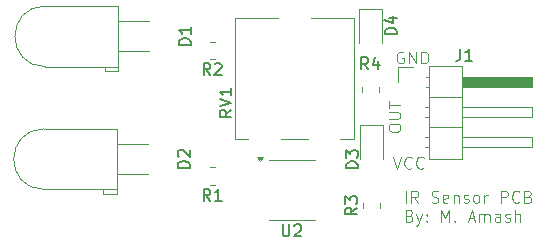
<source format=gto>
G04 #@! TF.GenerationSoftware,KiCad,Pcbnew,9.0.2*
G04 #@! TF.CreationDate,2025-06-05T16:56:41+03:00*
G04 #@! TF.ProjectId,2-Layer-Proximity-PCB,322d4c61-7965-4722-9d50-726f78696d69,rev?*
G04 #@! TF.SameCoordinates,Original*
G04 #@! TF.FileFunction,Legend,Top*
G04 #@! TF.FilePolarity,Positive*
%FSLAX46Y46*%
G04 Gerber Fmt 4.6, Leading zero omitted, Abs format (unit mm)*
G04 Created by KiCad (PCBNEW 9.0.2) date 2025-06-05 16:56:41*
%MOMM*%
%LPD*%
G01*
G04 APERTURE LIST*
%ADD10C,0.125000*%
%ADD11C,0.100000*%
%ADD12C,0.150000*%
%ADD13C,0.120000*%
G04 APERTURE END LIST*
D10*
X146420331Y-86661175D02*
X146420331Y-85661175D01*
X147467949Y-86661175D02*
X147134616Y-86184984D01*
X146896521Y-86661175D02*
X146896521Y-85661175D01*
X146896521Y-85661175D02*
X147277473Y-85661175D01*
X147277473Y-85661175D02*
X147372711Y-85708794D01*
X147372711Y-85708794D02*
X147420330Y-85756413D01*
X147420330Y-85756413D02*
X147467949Y-85851651D01*
X147467949Y-85851651D02*
X147467949Y-85994508D01*
X147467949Y-85994508D02*
X147420330Y-86089746D01*
X147420330Y-86089746D02*
X147372711Y-86137365D01*
X147372711Y-86137365D02*
X147277473Y-86184984D01*
X147277473Y-86184984D02*
X146896521Y-86184984D01*
X148610807Y-86613556D02*
X148753664Y-86661175D01*
X148753664Y-86661175D02*
X148991759Y-86661175D01*
X148991759Y-86661175D02*
X149086997Y-86613556D01*
X149086997Y-86613556D02*
X149134616Y-86565936D01*
X149134616Y-86565936D02*
X149182235Y-86470698D01*
X149182235Y-86470698D02*
X149182235Y-86375460D01*
X149182235Y-86375460D02*
X149134616Y-86280222D01*
X149134616Y-86280222D02*
X149086997Y-86232603D01*
X149086997Y-86232603D02*
X148991759Y-86184984D01*
X148991759Y-86184984D02*
X148801283Y-86137365D01*
X148801283Y-86137365D02*
X148706045Y-86089746D01*
X148706045Y-86089746D02*
X148658426Y-86042127D01*
X148658426Y-86042127D02*
X148610807Y-85946889D01*
X148610807Y-85946889D02*
X148610807Y-85851651D01*
X148610807Y-85851651D02*
X148658426Y-85756413D01*
X148658426Y-85756413D02*
X148706045Y-85708794D01*
X148706045Y-85708794D02*
X148801283Y-85661175D01*
X148801283Y-85661175D02*
X149039378Y-85661175D01*
X149039378Y-85661175D02*
X149182235Y-85708794D01*
X149991759Y-86613556D02*
X149896521Y-86661175D01*
X149896521Y-86661175D02*
X149706045Y-86661175D01*
X149706045Y-86661175D02*
X149610807Y-86613556D01*
X149610807Y-86613556D02*
X149563188Y-86518317D01*
X149563188Y-86518317D02*
X149563188Y-86137365D01*
X149563188Y-86137365D02*
X149610807Y-86042127D01*
X149610807Y-86042127D02*
X149706045Y-85994508D01*
X149706045Y-85994508D02*
X149896521Y-85994508D01*
X149896521Y-85994508D02*
X149991759Y-86042127D01*
X149991759Y-86042127D02*
X150039378Y-86137365D01*
X150039378Y-86137365D02*
X150039378Y-86232603D01*
X150039378Y-86232603D02*
X149563188Y-86327841D01*
X150467950Y-85994508D02*
X150467950Y-86661175D01*
X150467950Y-86089746D02*
X150515569Y-86042127D01*
X150515569Y-86042127D02*
X150610807Y-85994508D01*
X150610807Y-85994508D02*
X150753664Y-85994508D01*
X150753664Y-85994508D02*
X150848902Y-86042127D01*
X150848902Y-86042127D02*
X150896521Y-86137365D01*
X150896521Y-86137365D02*
X150896521Y-86661175D01*
X151325093Y-86613556D02*
X151420331Y-86661175D01*
X151420331Y-86661175D02*
X151610807Y-86661175D01*
X151610807Y-86661175D02*
X151706045Y-86613556D01*
X151706045Y-86613556D02*
X151753664Y-86518317D01*
X151753664Y-86518317D02*
X151753664Y-86470698D01*
X151753664Y-86470698D02*
X151706045Y-86375460D01*
X151706045Y-86375460D02*
X151610807Y-86327841D01*
X151610807Y-86327841D02*
X151467950Y-86327841D01*
X151467950Y-86327841D02*
X151372712Y-86280222D01*
X151372712Y-86280222D02*
X151325093Y-86184984D01*
X151325093Y-86184984D02*
X151325093Y-86137365D01*
X151325093Y-86137365D02*
X151372712Y-86042127D01*
X151372712Y-86042127D02*
X151467950Y-85994508D01*
X151467950Y-85994508D02*
X151610807Y-85994508D01*
X151610807Y-85994508D02*
X151706045Y-86042127D01*
X152325093Y-86661175D02*
X152229855Y-86613556D01*
X152229855Y-86613556D02*
X152182236Y-86565936D01*
X152182236Y-86565936D02*
X152134617Y-86470698D01*
X152134617Y-86470698D02*
X152134617Y-86184984D01*
X152134617Y-86184984D02*
X152182236Y-86089746D01*
X152182236Y-86089746D02*
X152229855Y-86042127D01*
X152229855Y-86042127D02*
X152325093Y-85994508D01*
X152325093Y-85994508D02*
X152467950Y-85994508D01*
X152467950Y-85994508D02*
X152563188Y-86042127D01*
X152563188Y-86042127D02*
X152610807Y-86089746D01*
X152610807Y-86089746D02*
X152658426Y-86184984D01*
X152658426Y-86184984D02*
X152658426Y-86470698D01*
X152658426Y-86470698D02*
X152610807Y-86565936D01*
X152610807Y-86565936D02*
X152563188Y-86613556D01*
X152563188Y-86613556D02*
X152467950Y-86661175D01*
X152467950Y-86661175D02*
X152325093Y-86661175D01*
X153086998Y-86661175D02*
X153086998Y-85994508D01*
X153086998Y-86184984D02*
X153134617Y-86089746D01*
X153134617Y-86089746D02*
X153182236Y-86042127D01*
X153182236Y-86042127D02*
X153277474Y-85994508D01*
X153277474Y-85994508D02*
X153372712Y-85994508D01*
X154467951Y-86661175D02*
X154467951Y-85661175D01*
X154467951Y-85661175D02*
X154848903Y-85661175D01*
X154848903Y-85661175D02*
X154944141Y-85708794D01*
X154944141Y-85708794D02*
X154991760Y-85756413D01*
X154991760Y-85756413D02*
X155039379Y-85851651D01*
X155039379Y-85851651D02*
X155039379Y-85994508D01*
X155039379Y-85994508D02*
X154991760Y-86089746D01*
X154991760Y-86089746D02*
X154944141Y-86137365D01*
X154944141Y-86137365D02*
X154848903Y-86184984D01*
X154848903Y-86184984D02*
X154467951Y-86184984D01*
X156039379Y-86565936D02*
X155991760Y-86613556D01*
X155991760Y-86613556D02*
X155848903Y-86661175D01*
X155848903Y-86661175D02*
X155753665Y-86661175D01*
X155753665Y-86661175D02*
X155610808Y-86613556D01*
X155610808Y-86613556D02*
X155515570Y-86518317D01*
X155515570Y-86518317D02*
X155467951Y-86423079D01*
X155467951Y-86423079D02*
X155420332Y-86232603D01*
X155420332Y-86232603D02*
X155420332Y-86089746D01*
X155420332Y-86089746D02*
X155467951Y-85899270D01*
X155467951Y-85899270D02*
X155515570Y-85804032D01*
X155515570Y-85804032D02*
X155610808Y-85708794D01*
X155610808Y-85708794D02*
X155753665Y-85661175D01*
X155753665Y-85661175D02*
X155848903Y-85661175D01*
X155848903Y-85661175D02*
X155991760Y-85708794D01*
X155991760Y-85708794D02*
X156039379Y-85756413D01*
X156801284Y-86137365D02*
X156944141Y-86184984D01*
X156944141Y-86184984D02*
X156991760Y-86232603D01*
X156991760Y-86232603D02*
X157039379Y-86327841D01*
X157039379Y-86327841D02*
X157039379Y-86470698D01*
X157039379Y-86470698D02*
X156991760Y-86565936D01*
X156991760Y-86565936D02*
X156944141Y-86613556D01*
X156944141Y-86613556D02*
X156848903Y-86661175D01*
X156848903Y-86661175D02*
X156467951Y-86661175D01*
X156467951Y-86661175D02*
X156467951Y-85661175D01*
X156467951Y-85661175D02*
X156801284Y-85661175D01*
X156801284Y-85661175D02*
X156896522Y-85708794D01*
X156896522Y-85708794D02*
X156944141Y-85756413D01*
X156944141Y-85756413D02*
X156991760Y-85851651D01*
X156991760Y-85851651D02*
X156991760Y-85946889D01*
X156991760Y-85946889D02*
X156944141Y-86042127D01*
X156944141Y-86042127D02*
X156896522Y-86089746D01*
X156896522Y-86089746D02*
X156801284Y-86137365D01*
X156801284Y-86137365D02*
X156467951Y-86137365D01*
X146753664Y-87747309D02*
X146896521Y-87794928D01*
X146896521Y-87794928D02*
X146944140Y-87842547D01*
X146944140Y-87842547D02*
X146991759Y-87937785D01*
X146991759Y-87937785D02*
X146991759Y-88080642D01*
X146991759Y-88080642D02*
X146944140Y-88175880D01*
X146944140Y-88175880D02*
X146896521Y-88223500D01*
X146896521Y-88223500D02*
X146801283Y-88271119D01*
X146801283Y-88271119D02*
X146420331Y-88271119D01*
X146420331Y-88271119D02*
X146420331Y-87271119D01*
X146420331Y-87271119D02*
X146753664Y-87271119D01*
X146753664Y-87271119D02*
X146848902Y-87318738D01*
X146848902Y-87318738D02*
X146896521Y-87366357D01*
X146896521Y-87366357D02*
X146944140Y-87461595D01*
X146944140Y-87461595D02*
X146944140Y-87556833D01*
X146944140Y-87556833D02*
X146896521Y-87652071D01*
X146896521Y-87652071D02*
X146848902Y-87699690D01*
X146848902Y-87699690D02*
X146753664Y-87747309D01*
X146753664Y-87747309D02*
X146420331Y-87747309D01*
X147325093Y-87604452D02*
X147563188Y-88271119D01*
X147801283Y-87604452D02*
X147563188Y-88271119D01*
X147563188Y-88271119D02*
X147467950Y-88509214D01*
X147467950Y-88509214D02*
X147420331Y-88556833D01*
X147420331Y-88556833D02*
X147325093Y-88604452D01*
X148182236Y-88175880D02*
X148229855Y-88223500D01*
X148229855Y-88223500D02*
X148182236Y-88271119D01*
X148182236Y-88271119D02*
X148134617Y-88223500D01*
X148134617Y-88223500D02*
X148182236Y-88175880D01*
X148182236Y-88175880D02*
X148182236Y-88271119D01*
X148182236Y-87652071D02*
X148229855Y-87699690D01*
X148229855Y-87699690D02*
X148182236Y-87747309D01*
X148182236Y-87747309D02*
X148134617Y-87699690D01*
X148134617Y-87699690D02*
X148182236Y-87652071D01*
X148182236Y-87652071D02*
X148182236Y-87747309D01*
X149420331Y-88271119D02*
X149420331Y-87271119D01*
X149420331Y-87271119D02*
X149753664Y-87985404D01*
X149753664Y-87985404D02*
X150086997Y-87271119D01*
X150086997Y-87271119D02*
X150086997Y-88271119D01*
X150563188Y-88175880D02*
X150610807Y-88223500D01*
X150610807Y-88223500D02*
X150563188Y-88271119D01*
X150563188Y-88271119D02*
X150515569Y-88223500D01*
X150515569Y-88223500D02*
X150563188Y-88175880D01*
X150563188Y-88175880D02*
X150563188Y-88271119D01*
X151753664Y-87985404D02*
X152229854Y-87985404D01*
X151658426Y-88271119D02*
X151991759Y-87271119D01*
X151991759Y-87271119D02*
X152325092Y-88271119D01*
X152658426Y-88271119D02*
X152658426Y-87604452D01*
X152658426Y-87699690D02*
X152706045Y-87652071D01*
X152706045Y-87652071D02*
X152801283Y-87604452D01*
X152801283Y-87604452D02*
X152944140Y-87604452D01*
X152944140Y-87604452D02*
X153039378Y-87652071D01*
X153039378Y-87652071D02*
X153086997Y-87747309D01*
X153086997Y-87747309D02*
X153086997Y-88271119D01*
X153086997Y-87747309D02*
X153134616Y-87652071D01*
X153134616Y-87652071D02*
X153229854Y-87604452D01*
X153229854Y-87604452D02*
X153372711Y-87604452D01*
X153372711Y-87604452D02*
X153467950Y-87652071D01*
X153467950Y-87652071D02*
X153515569Y-87747309D01*
X153515569Y-87747309D02*
X153515569Y-88271119D01*
X154420330Y-88271119D02*
X154420330Y-87747309D01*
X154420330Y-87747309D02*
X154372711Y-87652071D01*
X154372711Y-87652071D02*
X154277473Y-87604452D01*
X154277473Y-87604452D02*
X154086997Y-87604452D01*
X154086997Y-87604452D02*
X153991759Y-87652071D01*
X154420330Y-88223500D02*
X154325092Y-88271119D01*
X154325092Y-88271119D02*
X154086997Y-88271119D01*
X154086997Y-88271119D02*
X153991759Y-88223500D01*
X153991759Y-88223500D02*
X153944140Y-88128261D01*
X153944140Y-88128261D02*
X153944140Y-88033023D01*
X153944140Y-88033023D02*
X153991759Y-87937785D01*
X153991759Y-87937785D02*
X154086997Y-87890166D01*
X154086997Y-87890166D02*
X154325092Y-87890166D01*
X154325092Y-87890166D02*
X154420330Y-87842547D01*
X154848902Y-88223500D02*
X154944140Y-88271119D01*
X154944140Y-88271119D02*
X155134616Y-88271119D01*
X155134616Y-88271119D02*
X155229854Y-88223500D01*
X155229854Y-88223500D02*
X155277473Y-88128261D01*
X155277473Y-88128261D02*
X155277473Y-88080642D01*
X155277473Y-88080642D02*
X155229854Y-87985404D01*
X155229854Y-87985404D02*
X155134616Y-87937785D01*
X155134616Y-87937785D02*
X154991759Y-87937785D01*
X154991759Y-87937785D02*
X154896521Y-87890166D01*
X154896521Y-87890166D02*
X154848902Y-87794928D01*
X154848902Y-87794928D02*
X154848902Y-87747309D01*
X154848902Y-87747309D02*
X154896521Y-87652071D01*
X154896521Y-87652071D02*
X154991759Y-87604452D01*
X154991759Y-87604452D02*
X155134616Y-87604452D01*
X155134616Y-87604452D02*
X155229854Y-87652071D01*
X155706045Y-88271119D02*
X155706045Y-87271119D01*
X156134616Y-88271119D02*
X156134616Y-87747309D01*
X156134616Y-87747309D02*
X156086997Y-87652071D01*
X156086997Y-87652071D02*
X155991759Y-87604452D01*
X155991759Y-87604452D02*
X155848902Y-87604452D01*
X155848902Y-87604452D02*
X155753664Y-87652071D01*
X155753664Y-87652071D02*
X155706045Y-87699690D01*
D11*
X144972419Y-80405639D02*
X144972419Y-80215163D01*
X144972419Y-80215163D02*
X145020038Y-80119925D01*
X145020038Y-80119925D02*
X145115276Y-80024687D01*
X145115276Y-80024687D02*
X145305752Y-79977068D01*
X145305752Y-79977068D02*
X145639085Y-79977068D01*
X145639085Y-79977068D02*
X145829561Y-80024687D01*
X145829561Y-80024687D02*
X145924800Y-80119925D01*
X145924800Y-80119925D02*
X145972419Y-80215163D01*
X145972419Y-80215163D02*
X145972419Y-80405639D01*
X145972419Y-80405639D02*
X145924800Y-80500877D01*
X145924800Y-80500877D02*
X145829561Y-80596115D01*
X145829561Y-80596115D02*
X145639085Y-80643734D01*
X145639085Y-80643734D02*
X145305752Y-80643734D01*
X145305752Y-80643734D02*
X145115276Y-80596115D01*
X145115276Y-80596115D02*
X145020038Y-80500877D01*
X145020038Y-80500877D02*
X144972419Y-80405639D01*
X144972419Y-79548496D02*
X145781942Y-79548496D01*
X145781942Y-79548496D02*
X145877180Y-79500877D01*
X145877180Y-79500877D02*
X145924800Y-79453258D01*
X145924800Y-79453258D02*
X145972419Y-79358020D01*
X145972419Y-79358020D02*
X145972419Y-79167544D01*
X145972419Y-79167544D02*
X145924800Y-79072306D01*
X145924800Y-79072306D02*
X145877180Y-79024687D01*
X145877180Y-79024687D02*
X145781942Y-78977068D01*
X145781942Y-78977068D02*
X144972419Y-78977068D01*
X144972419Y-78643734D02*
X144972419Y-78072306D01*
X145972419Y-78358020D02*
X144972419Y-78358020D01*
X146227693Y-73920038D02*
X146132455Y-73872419D01*
X146132455Y-73872419D02*
X145989598Y-73872419D01*
X145989598Y-73872419D02*
X145846741Y-73920038D01*
X145846741Y-73920038D02*
X145751503Y-74015276D01*
X145751503Y-74015276D02*
X145703884Y-74110514D01*
X145703884Y-74110514D02*
X145656265Y-74300990D01*
X145656265Y-74300990D02*
X145656265Y-74443847D01*
X145656265Y-74443847D02*
X145703884Y-74634323D01*
X145703884Y-74634323D02*
X145751503Y-74729561D01*
X145751503Y-74729561D02*
X145846741Y-74824800D01*
X145846741Y-74824800D02*
X145989598Y-74872419D01*
X145989598Y-74872419D02*
X146084836Y-74872419D01*
X146084836Y-74872419D02*
X146227693Y-74824800D01*
X146227693Y-74824800D02*
X146275312Y-74777180D01*
X146275312Y-74777180D02*
X146275312Y-74443847D01*
X146275312Y-74443847D02*
X146084836Y-74443847D01*
X146703884Y-74872419D02*
X146703884Y-73872419D01*
X146703884Y-73872419D02*
X147275312Y-74872419D01*
X147275312Y-74872419D02*
X147275312Y-73872419D01*
X147751503Y-74872419D02*
X147751503Y-73872419D01*
X147751503Y-73872419D02*
X147989598Y-73872419D01*
X147989598Y-73872419D02*
X148132455Y-73920038D01*
X148132455Y-73920038D02*
X148227693Y-74015276D01*
X148227693Y-74015276D02*
X148275312Y-74110514D01*
X148275312Y-74110514D02*
X148322931Y-74300990D01*
X148322931Y-74300990D02*
X148322931Y-74443847D01*
X148322931Y-74443847D02*
X148275312Y-74634323D01*
X148275312Y-74634323D02*
X148227693Y-74729561D01*
X148227693Y-74729561D02*
X148132455Y-74824800D01*
X148132455Y-74824800D02*
X147989598Y-74872419D01*
X147989598Y-74872419D02*
X147751503Y-74872419D01*
X145361027Y-82772419D02*
X145694360Y-83772419D01*
X145694360Y-83772419D02*
X146027693Y-82772419D01*
X146932455Y-83677180D02*
X146884836Y-83724800D01*
X146884836Y-83724800D02*
X146741979Y-83772419D01*
X146741979Y-83772419D02*
X146646741Y-83772419D01*
X146646741Y-83772419D02*
X146503884Y-83724800D01*
X146503884Y-83724800D02*
X146408646Y-83629561D01*
X146408646Y-83629561D02*
X146361027Y-83534323D01*
X146361027Y-83534323D02*
X146313408Y-83343847D01*
X146313408Y-83343847D02*
X146313408Y-83200990D01*
X146313408Y-83200990D02*
X146361027Y-83010514D01*
X146361027Y-83010514D02*
X146408646Y-82915276D01*
X146408646Y-82915276D02*
X146503884Y-82820038D01*
X146503884Y-82820038D02*
X146646741Y-82772419D01*
X146646741Y-82772419D02*
X146741979Y-82772419D01*
X146741979Y-82772419D02*
X146884836Y-82820038D01*
X146884836Y-82820038D02*
X146932455Y-82867657D01*
X147932455Y-83677180D02*
X147884836Y-83724800D01*
X147884836Y-83724800D02*
X147741979Y-83772419D01*
X147741979Y-83772419D02*
X147646741Y-83772419D01*
X147646741Y-83772419D02*
X147503884Y-83724800D01*
X147503884Y-83724800D02*
X147408646Y-83629561D01*
X147408646Y-83629561D02*
X147361027Y-83534323D01*
X147361027Y-83534323D02*
X147313408Y-83343847D01*
X147313408Y-83343847D02*
X147313408Y-83200990D01*
X147313408Y-83200990D02*
X147361027Y-83010514D01*
X147361027Y-83010514D02*
X147408646Y-82915276D01*
X147408646Y-82915276D02*
X147503884Y-82820038D01*
X147503884Y-82820038D02*
X147646741Y-82772419D01*
X147646741Y-82772419D02*
X147741979Y-82772419D01*
X147741979Y-82772419D02*
X147884836Y-82820038D01*
X147884836Y-82820038D02*
X147932455Y-82867657D01*
D12*
X143233333Y-75354819D02*
X142900000Y-74878628D01*
X142661905Y-75354819D02*
X142661905Y-74354819D01*
X142661905Y-74354819D02*
X143042857Y-74354819D01*
X143042857Y-74354819D02*
X143138095Y-74402438D01*
X143138095Y-74402438D02*
X143185714Y-74450057D01*
X143185714Y-74450057D02*
X143233333Y-74545295D01*
X143233333Y-74545295D02*
X143233333Y-74688152D01*
X143233333Y-74688152D02*
X143185714Y-74783390D01*
X143185714Y-74783390D02*
X143138095Y-74831009D01*
X143138095Y-74831009D02*
X143042857Y-74878628D01*
X143042857Y-74878628D02*
X142661905Y-74878628D01*
X144090476Y-74688152D02*
X144090476Y-75354819D01*
X143852381Y-74307200D02*
X143614286Y-75021485D01*
X143614286Y-75021485D02*
X144233333Y-75021485D01*
X128114819Y-83708094D02*
X127114819Y-83708094D01*
X127114819Y-83708094D02*
X127114819Y-83469999D01*
X127114819Y-83469999D02*
X127162438Y-83327142D01*
X127162438Y-83327142D02*
X127257676Y-83231904D01*
X127257676Y-83231904D02*
X127352914Y-83184285D01*
X127352914Y-83184285D02*
X127543390Y-83136666D01*
X127543390Y-83136666D02*
X127686247Y-83136666D01*
X127686247Y-83136666D02*
X127876723Y-83184285D01*
X127876723Y-83184285D02*
X127971961Y-83231904D01*
X127971961Y-83231904D02*
X128067200Y-83327142D01*
X128067200Y-83327142D02*
X128114819Y-83469999D01*
X128114819Y-83469999D02*
X128114819Y-83708094D01*
X127210057Y-82755713D02*
X127162438Y-82708094D01*
X127162438Y-82708094D02*
X127114819Y-82612856D01*
X127114819Y-82612856D02*
X127114819Y-82374761D01*
X127114819Y-82374761D02*
X127162438Y-82279523D01*
X127162438Y-82279523D02*
X127210057Y-82231904D01*
X127210057Y-82231904D02*
X127305295Y-82184285D01*
X127305295Y-82184285D02*
X127400533Y-82184285D01*
X127400533Y-82184285D02*
X127543390Y-82231904D01*
X127543390Y-82231904D02*
X128114819Y-82803332D01*
X128114819Y-82803332D02*
X128114819Y-82184285D01*
X128214819Y-73308094D02*
X127214819Y-73308094D01*
X127214819Y-73308094D02*
X127214819Y-73069999D01*
X127214819Y-73069999D02*
X127262438Y-72927142D01*
X127262438Y-72927142D02*
X127357676Y-72831904D01*
X127357676Y-72831904D02*
X127452914Y-72784285D01*
X127452914Y-72784285D02*
X127643390Y-72736666D01*
X127643390Y-72736666D02*
X127786247Y-72736666D01*
X127786247Y-72736666D02*
X127976723Y-72784285D01*
X127976723Y-72784285D02*
X128071961Y-72831904D01*
X128071961Y-72831904D02*
X128167200Y-72927142D01*
X128167200Y-72927142D02*
X128214819Y-73069999D01*
X128214819Y-73069999D02*
X128214819Y-73308094D01*
X128214819Y-71784285D02*
X128214819Y-72355713D01*
X128214819Y-72069999D02*
X127214819Y-72069999D01*
X127214819Y-72069999D02*
X127357676Y-72165237D01*
X127357676Y-72165237D02*
X127452914Y-72260475D01*
X127452914Y-72260475D02*
X127500533Y-72355713D01*
X129870833Y-86504819D02*
X129537500Y-86028628D01*
X129299405Y-86504819D02*
X129299405Y-85504819D01*
X129299405Y-85504819D02*
X129680357Y-85504819D01*
X129680357Y-85504819D02*
X129775595Y-85552438D01*
X129775595Y-85552438D02*
X129823214Y-85600057D01*
X129823214Y-85600057D02*
X129870833Y-85695295D01*
X129870833Y-85695295D02*
X129870833Y-85838152D01*
X129870833Y-85838152D02*
X129823214Y-85933390D01*
X129823214Y-85933390D02*
X129775595Y-85981009D01*
X129775595Y-85981009D02*
X129680357Y-86028628D01*
X129680357Y-86028628D02*
X129299405Y-86028628D01*
X130823214Y-86504819D02*
X130251786Y-86504819D01*
X130537500Y-86504819D02*
X130537500Y-85504819D01*
X130537500Y-85504819D02*
X130442262Y-85647676D01*
X130442262Y-85647676D02*
X130347024Y-85742914D01*
X130347024Y-85742914D02*
X130251786Y-85790533D01*
X129870833Y-75854819D02*
X129537500Y-75378628D01*
X129299405Y-75854819D02*
X129299405Y-74854819D01*
X129299405Y-74854819D02*
X129680357Y-74854819D01*
X129680357Y-74854819D02*
X129775595Y-74902438D01*
X129775595Y-74902438D02*
X129823214Y-74950057D01*
X129823214Y-74950057D02*
X129870833Y-75045295D01*
X129870833Y-75045295D02*
X129870833Y-75188152D01*
X129870833Y-75188152D02*
X129823214Y-75283390D01*
X129823214Y-75283390D02*
X129775595Y-75331009D01*
X129775595Y-75331009D02*
X129680357Y-75378628D01*
X129680357Y-75378628D02*
X129299405Y-75378628D01*
X130251786Y-74950057D02*
X130299405Y-74902438D01*
X130299405Y-74902438D02*
X130394643Y-74854819D01*
X130394643Y-74854819D02*
X130632738Y-74854819D01*
X130632738Y-74854819D02*
X130727976Y-74902438D01*
X130727976Y-74902438D02*
X130775595Y-74950057D01*
X130775595Y-74950057D02*
X130823214Y-75045295D01*
X130823214Y-75045295D02*
X130823214Y-75140533D01*
X130823214Y-75140533D02*
X130775595Y-75283390D01*
X130775595Y-75283390D02*
X130204167Y-75854819D01*
X130204167Y-75854819D02*
X130823214Y-75854819D01*
X135988095Y-88504819D02*
X135988095Y-89314342D01*
X135988095Y-89314342D02*
X136035714Y-89409580D01*
X136035714Y-89409580D02*
X136083333Y-89457200D01*
X136083333Y-89457200D02*
X136178571Y-89504819D01*
X136178571Y-89504819D02*
X136369047Y-89504819D01*
X136369047Y-89504819D02*
X136464285Y-89457200D01*
X136464285Y-89457200D02*
X136511904Y-89409580D01*
X136511904Y-89409580D02*
X136559523Y-89314342D01*
X136559523Y-89314342D02*
X136559523Y-88504819D01*
X136988095Y-88600057D02*
X137035714Y-88552438D01*
X137035714Y-88552438D02*
X137130952Y-88504819D01*
X137130952Y-88504819D02*
X137369047Y-88504819D01*
X137369047Y-88504819D02*
X137464285Y-88552438D01*
X137464285Y-88552438D02*
X137511904Y-88600057D01*
X137511904Y-88600057D02*
X137559523Y-88695295D01*
X137559523Y-88695295D02*
X137559523Y-88790533D01*
X137559523Y-88790533D02*
X137511904Y-88933390D01*
X137511904Y-88933390D02*
X136940476Y-89504819D01*
X136940476Y-89504819D02*
X137559523Y-89504819D01*
X131654819Y-78795238D02*
X131178628Y-79128571D01*
X131654819Y-79366666D02*
X130654819Y-79366666D01*
X130654819Y-79366666D02*
X130654819Y-78985714D01*
X130654819Y-78985714D02*
X130702438Y-78890476D01*
X130702438Y-78890476D02*
X130750057Y-78842857D01*
X130750057Y-78842857D02*
X130845295Y-78795238D01*
X130845295Y-78795238D02*
X130988152Y-78795238D01*
X130988152Y-78795238D02*
X131083390Y-78842857D01*
X131083390Y-78842857D02*
X131131009Y-78890476D01*
X131131009Y-78890476D02*
X131178628Y-78985714D01*
X131178628Y-78985714D02*
X131178628Y-79366666D01*
X130654819Y-78509523D02*
X131654819Y-78176190D01*
X131654819Y-78176190D02*
X130654819Y-77842857D01*
X131654819Y-76985714D02*
X131654819Y-77557142D01*
X131654819Y-77271428D02*
X130654819Y-77271428D01*
X130654819Y-77271428D02*
X130797676Y-77366666D01*
X130797676Y-77366666D02*
X130892914Y-77461904D01*
X130892914Y-77461904D02*
X130940533Y-77557142D01*
X142304819Y-87079166D02*
X141828628Y-87412499D01*
X142304819Y-87650594D02*
X141304819Y-87650594D01*
X141304819Y-87650594D02*
X141304819Y-87269642D01*
X141304819Y-87269642D02*
X141352438Y-87174404D01*
X141352438Y-87174404D02*
X141400057Y-87126785D01*
X141400057Y-87126785D02*
X141495295Y-87079166D01*
X141495295Y-87079166D02*
X141638152Y-87079166D01*
X141638152Y-87079166D02*
X141733390Y-87126785D01*
X141733390Y-87126785D02*
X141781009Y-87174404D01*
X141781009Y-87174404D02*
X141828628Y-87269642D01*
X141828628Y-87269642D02*
X141828628Y-87650594D01*
X141304819Y-86745832D02*
X141304819Y-86126785D01*
X141304819Y-86126785D02*
X141685771Y-86460118D01*
X141685771Y-86460118D02*
X141685771Y-86317261D01*
X141685771Y-86317261D02*
X141733390Y-86222023D01*
X141733390Y-86222023D02*
X141781009Y-86174404D01*
X141781009Y-86174404D02*
X141876247Y-86126785D01*
X141876247Y-86126785D02*
X142114342Y-86126785D01*
X142114342Y-86126785D02*
X142209580Y-86174404D01*
X142209580Y-86174404D02*
X142257200Y-86222023D01*
X142257200Y-86222023D02*
X142304819Y-86317261D01*
X142304819Y-86317261D02*
X142304819Y-86602975D01*
X142304819Y-86602975D02*
X142257200Y-86698213D01*
X142257200Y-86698213D02*
X142209580Y-86745832D01*
X151051666Y-73644819D02*
X151051666Y-74359104D01*
X151051666Y-74359104D02*
X151004047Y-74501961D01*
X151004047Y-74501961D02*
X150908809Y-74597200D01*
X150908809Y-74597200D02*
X150765952Y-74644819D01*
X150765952Y-74644819D02*
X150670714Y-74644819D01*
X152051666Y-74644819D02*
X151480238Y-74644819D01*
X151765952Y-74644819D02*
X151765952Y-73644819D01*
X151765952Y-73644819D02*
X151670714Y-73787676D01*
X151670714Y-73787676D02*
X151575476Y-73882914D01*
X151575476Y-73882914D02*
X151480238Y-73930533D01*
X145654819Y-72410712D02*
X144654819Y-72410712D01*
X144654819Y-72410712D02*
X144654819Y-72172617D01*
X144654819Y-72172617D02*
X144702438Y-72029760D01*
X144702438Y-72029760D02*
X144797676Y-71934522D01*
X144797676Y-71934522D02*
X144892914Y-71886903D01*
X144892914Y-71886903D02*
X145083390Y-71839284D01*
X145083390Y-71839284D02*
X145226247Y-71839284D01*
X145226247Y-71839284D02*
X145416723Y-71886903D01*
X145416723Y-71886903D02*
X145511961Y-71934522D01*
X145511961Y-71934522D02*
X145607200Y-72029760D01*
X145607200Y-72029760D02*
X145654819Y-72172617D01*
X145654819Y-72172617D02*
X145654819Y-72410712D01*
X144988152Y-70982141D02*
X145654819Y-70982141D01*
X144607200Y-71220236D02*
X145321485Y-71458331D01*
X145321485Y-71458331D02*
X145321485Y-70839284D01*
X142354819Y-83738094D02*
X141354819Y-83738094D01*
X141354819Y-83738094D02*
X141354819Y-83499999D01*
X141354819Y-83499999D02*
X141402438Y-83357142D01*
X141402438Y-83357142D02*
X141497676Y-83261904D01*
X141497676Y-83261904D02*
X141592914Y-83214285D01*
X141592914Y-83214285D02*
X141783390Y-83166666D01*
X141783390Y-83166666D02*
X141926247Y-83166666D01*
X141926247Y-83166666D02*
X142116723Y-83214285D01*
X142116723Y-83214285D02*
X142211961Y-83261904D01*
X142211961Y-83261904D02*
X142307200Y-83357142D01*
X142307200Y-83357142D02*
X142354819Y-83499999D01*
X142354819Y-83499999D02*
X142354819Y-83738094D01*
X141354819Y-82833332D02*
X141354819Y-82214285D01*
X141354819Y-82214285D02*
X141735771Y-82547618D01*
X141735771Y-82547618D02*
X141735771Y-82404761D01*
X141735771Y-82404761D02*
X141783390Y-82309523D01*
X141783390Y-82309523D02*
X141831009Y-82261904D01*
X141831009Y-82261904D02*
X141926247Y-82214285D01*
X141926247Y-82214285D02*
X142164342Y-82214285D01*
X142164342Y-82214285D02*
X142259580Y-82261904D01*
X142259580Y-82261904D02*
X142307200Y-82309523D01*
X142307200Y-82309523D02*
X142354819Y-82404761D01*
X142354819Y-82404761D02*
X142354819Y-82690475D01*
X142354819Y-82690475D02*
X142307200Y-82785713D01*
X142307200Y-82785713D02*
X142259580Y-82833332D01*
D13*
X144185000Y-76860436D02*
X144185000Y-77314564D01*
X142715000Y-76860436D02*
X142715000Y-77314564D01*
X121950000Y-80410000D02*
X115790000Y-80410000D01*
X121950000Y-80410000D02*
X121950000Y-85530000D01*
X124620000Y-81700000D02*
X124620000Y-81700000D01*
X124620000Y-81700000D02*
X121950000Y-81700000D01*
X121950000Y-81700000D02*
X124620000Y-81700000D01*
X121950000Y-81700000D02*
X121950000Y-81700000D01*
X124620000Y-84240000D02*
X124620000Y-84240000D01*
X124620000Y-84240000D02*
X121950000Y-84240000D01*
X121950000Y-84240000D02*
X124620000Y-84240000D01*
X121950000Y-84240000D02*
X121950000Y-84240000D01*
X121950000Y-85530000D02*
X115790000Y-85530000D01*
X121950000Y-85530000D02*
X121950000Y-85930000D01*
X120830000Y-85530000D02*
X121950000Y-85530000D01*
X121950000Y-85930000D02*
X120830000Y-85930000D01*
X120830000Y-85930000D02*
X120830000Y-85530000D01*
X115790000Y-85530000D02*
G75*
G02*
X115790000Y-80410000I0J2560000D01*
G01*
X122050000Y-70010000D02*
X115890000Y-70010000D01*
X122050000Y-70010000D02*
X122050000Y-75130000D01*
X124720000Y-71300000D02*
X124720000Y-71300000D01*
X124720000Y-71300000D02*
X122050000Y-71300000D01*
X122050000Y-71300000D02*
X124720000Y-71300000D01*
X122050000Y-71300000D02*
X122050000Y-71300000D01*
X124720000Y-73840000D02*
X124720000Y-73840000D01*
X124720000Y-73840000D02*
X122050000Y-73840000D01*
X122050000Y-73840000D02*
X124720000Y-73840000D01*
X122050000Y-73840000D02*
X122050000Y-73840000D01*
X122050000Y-75130000D02*
X115890000Y-75130000D01*
X122050000Y-75130000D02*
X122050000Y-75530000D01*
X120930000Y-75130000D02*
X122050000Y-75130000D01*
X122050000Y-75530000D02*
X120930000Y-75530000D01*
X120930000Y-75530000D02*
X120930000Y-75130000D01*
X115890000Y-75130000D02*
G75*
G02*
X115890000Y-70010000I0J2560000D01*
G01*
X130264564Y-83665000D02*
X129810436Y-83665000D01*
X130264564Y-85135000D02*
X129810436Y-85135000D01*
X130264564Y-73015000D02*
X129810436Y-73015000D01*
X130264564Y-74485000D02*
X129810436Y-74485000D01*
X136775000Y-83045000D02*
X134825000Y-83045000D01*
X136775000Y-83045000D02*
X138725000Y-83045000D01*
X136775000Y-88165000D02*
X134825000Y-88165000D01*
X136775000Y-88165000D02*
X138725000Y-88165000D01*
X134075000Y-83140000D02*
X133835000Y-82810000D01*
X134315000Y-82810000D01*
X134075000Y-83140000D01*
G36*
X134075000Y-83140000D02*
G01*
X133835000Y-82810000D01*
X134315000Y-82810000D01*
X134075000Y-83140000D01*
G37*
X131990000Y-81260000D02*
X133104000Y-81260000D01*
X131990000Y-81260000D02*
X131990000Y-71040000D01*
X135896000Y-81260000D02*
X138104000Y-81260000D01*
X140896000Y-81260000D02*
X142010000Y-81260000D01*
X142010000Y-81260000D02*
X142010000Y-71040000D01*
X131990000Y-71040000D02*
X135604000Y-71040000D01*
X138396000Y-71040000D02*
X142010000Y-71040000D01*
X142765000Y-87139564D02*
X142765000Y-86685436D01*
X144235000Y-87139564D02*
X144235000Y-86685436D01*
X145730000Y-75190000D02*
X147000000Y-75190000D01*
X145730000Y-76460000D02*
X145730000Y-75190000D01*
X148077358Y-78570000D02*
X148390000Y-78570000D01*
X148077358Y-79430000D02*
X148390000Y-79430000D01*
X148077358Y-81110000D02*
X148390000Y-81110000D01*
X148077358Y-81970000D02*
X148390000Y-81970000D01*
X148160000Y-76030000D02*
X148390000Y-76030000D01*
X148160000Y-76890000D02*
X148390000Y-76890000D01*
X148390000Y-75080000D02*
X148390000Y-82920000D01*
X148390000Y-77730000D02*
X151150000Y-77730000D01*
X148390000Y-80270000D02*
X151150000Y-80270000D01*
X148390000Y-82920000D02*
X151150000Y-82920000D01*
X151150000Y-75080000D02*
X148390000Y-75080000D01*
X151150000Y-78570000D02*
X157150000Y-78570000D01*
X151150000Y-81110000D02*
X157150000Y-81110000D01*
X151150000Y-82920000D02*
X151150000Y-75080000D01*
X157150000Y-78570000D02*
X157150000Y-79430000D01*
X157150000Y-79430000D02*
X151150000Y-79430000D01*
X157150000Y-81110000D02*
X157150000Y-81970000D01*
X157150000Y-81970000D02*
X151150000Y-81970000D01*
X151150000Y-76030000D02*
X157150000Y-76030000D01*
X157150000Y-76890000D01*
X151150000Y-76890000D01*
X151150000Y-76030000D01*
G36*
X151150000Y-76030000D02*
G01*
X157150000Y-76030000D01*
X157150000Y-76890000D01*
X151150000Y-76890000D01*
X151150000Y-76030000D01*
G37*
X144410000Y-70265000D02*
X142490000Y-70265000D01*
X142490000Y-70265000D02*
X142490000Y-73125000D01*
X144410000Y-73125000D02*
X144410000Y-70265000D01*
X144460000Y-80115000D02*
X142540000Y-80115000D01*
X142540000Y-80115000D02*
X142540000Y-82975000D01*
X144460000Y-82975000D02*
X144460000Y-80115000D01*
M02*

</source>
